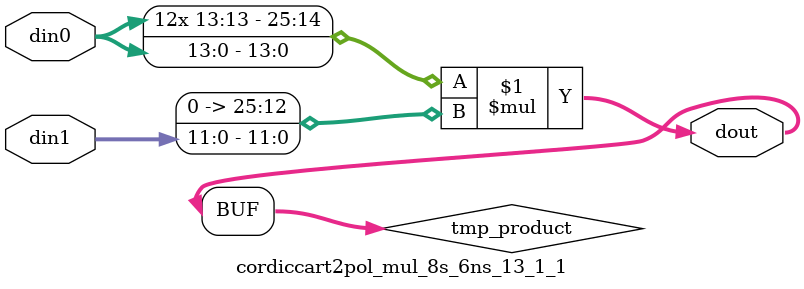
<source format=v>

`timescale 1 ns / 1 ps

 module cordiccart2pol_mul_8s_6ns_13_1_1(din0, din1, dout);
parameter ID = 1;
parameter NUM_STAGE = 0;
parameter din0_WIDTH = 14;
parameter din1_WIDTH = 12;
parameter dout_WIDTH = 26;

input [din0_WIDTH - 1 : 0] din0; 
input [din1_WIDTH - 1 : 0] din1; 
output [dout_WIDTH - 1 : 0] dout;

wire signed [dout_WIDTH - 1 : 0] tmp_product;


























assign tmp_product = $signed(din0) * $signed({1'b0, din1});









assign dout = tmp_product;





















endmodule

</source>
